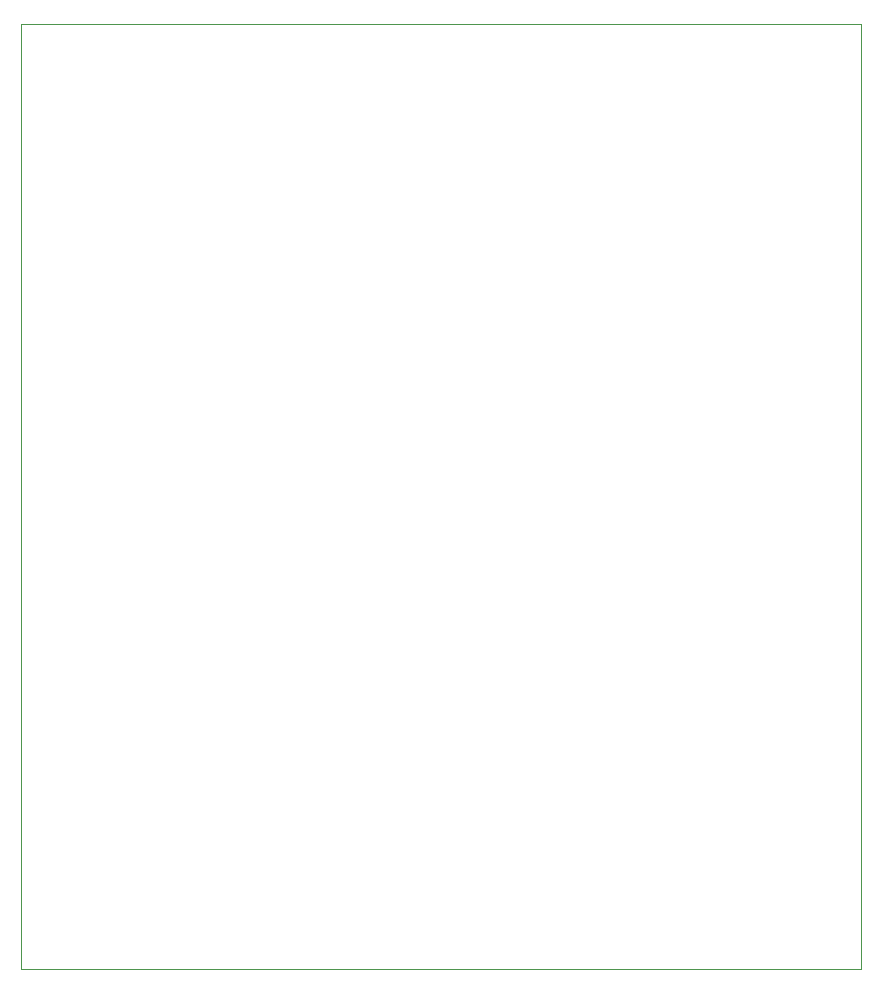
<source format=gm1>
G04 #@! TF.GenerationSoftware,KiCad,Pcbnew,(5.1.5)-3*
G04 #@! TF.CreationDate,2022-12-19T02:05:46+02:00*
G04 #@! TF.ProjectId,arduino-fanatec-pcb,61726475-696e-46f2-9d66-616e61746563,rev?*
G04 #@! TF.SameCoordinates,Original*
G04 #@! TF.FileFunction,Profile,NP*
%FSLAX46Y46*%
G04 Gerber Fmt 4.6, Leading zero omitted, Abs format (unit mm)*
G04 Created by KiCad (PCBNEW (5.1.5)-3) date 2022-12-19 02:05:46*
%MOMM*%
%LPD*%
G04 APERTURE LIST*
%ADD10C,0.050000*%
G04 APERTURE END LIST*
D10*
X50800000Y-115570000D02*
X121920000Y-115570000D01*
X50800000Y-35560000D02*
X50800000Y-115570000D01*
X121920000Y-35560000D02*
X50800000Y-35560000D01*
X121920000Y-115570000D02*
X121920000Y-35560000D01*
M02*

</source>
